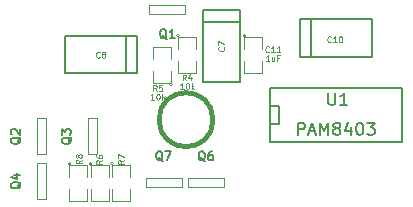
<source format=gto>
G04 (created by PCBNEW (2013-may-18)-stable) date Вт 24 ноя 2015 00:04:13*
%MOIN*%
G04 Gerber Fmt 3.4, Leading zero omitted, Abs format*
%FSLAX34Y34*%
G01*
G70*
G90*
G04 APERTURE LIST*
%ADD10C,0.00590551*%
%ADD11C,0.0047*%
%ADD12C,0.008*%
%ADD13C,0.0039*%
%ADD14C,0.005*%
%ADD15C,0.015*%
%ADD16C,0.0051*%
%ADD17C,0.0043*%
%ADD18C,0.01*%
G04 APERTURE END LIST*
G54D10*
G54D11*
X31447Y-25834D02*
X32647Y-25834D01*
X32647Y-25834D02*
X32647Y-26134D01*
X32647Y-26134D02*
X31447Y-26134D01*
X31447Y-26134D02*
X31447Y-25834D01*
X27842Y-26544D02*
X27842Y-25344D01*
X27842Y-25344D02*
X28142Y-25344D01*
X28142Y-25344D02*
X28142Y-26544D01*
X28142Y-26544D02*
X27842Y-26544D01*
X32864Y-25834D02*
X34064Y-25834D01*
X34064Y-25834D02*
X34064Y-26134D01*
X34064Y-26134D02*
X32864Y-26134D01*
X32864Y-26134D02*
X32864Y-25834D01*
X29535Y-25048D02*
X29535Y-23848D01*
X29535Y-23848D02*
X29835Y-23848D01*
X29835Y-23848D02*
X29835Y-25048D01*
X29835Y-25048D02*
X29535Y-25048D01*
X27842Y-25048D02*
X27842Y-23848D01*
X27842Y-23848D02*
X28142Y-23848D01*
X28142Y-23848D02*
X28142Y-25048D01*
X28142Y-25048D02*
X27842Y-25048D01*
X32765Y-20386D02*
X31565Y-20386D01*
X31565Y-20386D02*
X31565Y-20086D01*
X31565Y-20086D02*
X32765Y-20086D01*
X32765Y-20086D02*
X32765Y-20386D01*
G54D12*
X35595Y-23440D02*
X35895Y-23440D01*
X35895Y-23440D02*
X35895Y-24040D01*
X35895Y-24040D02*
X35595Y-24040D01*
X39995Y-22840D02*
X39995Y-24640D01*
X39995Y-24640D02*
X35595Y-24640D01*
X35595Y-24640D02*
X35595Y-22840D01*
X35595Y-22840D02*
X39995Y-22840D01*
G54D13*
X28962Y-25373D02*
G75*
G03X28962Y-25373I-50J0D01*
G74*
G01*
X28912Y-25823D02*
X28912Y-25423D01*
X28912Y-25423D02*
X29512Y-25423D01*
X29512Y-25423D02*
X29512Y-25823D01*
X29512Y-26223D02*
X29512Y-26623D01*
X29512Y-26623D02*
X28912Y-26623D01*
X28912Y-26623D02*
X28912Y-26223D01*
X30379Y-25373D02*
G75*
G03X30379Y-25373I-50J0D01*
G74*
G01*
X30329Y-25823D02*
X30329Y-25423D01*
X30329Y-25423D02*
X30929Y-25423D01*
X30929Y-25423D02*
X30929Y-25823D01*
X30929Y-26223D02*
X30929Y-26623D01*
X30929Y-26623D02*
X30329Y-26623D01*
X30329Y-26623D02*
X30329Y-26223D01*
X29671Y-25373D02*
G75*
G03X29671Y-25373I-50J0D01*
G74*
G01*
X29621Y-25823D02*
X29621Y-25423D01*
X29621Y-25423D02*
X30221Y-25423D01*
X30221Y-25423D02*
X30221Y-25823D01*
X30221Y-26223D02*
X30221Y-26623D01*
X30221Y-26623D02*
X29621Y-26623D01*
X29621Y-26623D02*
X29621Y-26223D01*
X34789Y-21101D02*
G75*
G03X34789Y-21101I-50J0D01*
G74*
G01*
X34739Y-21551D02*
X34739Y-21151D01*
X34739Y-21151D02*
X35339Y-21151D01*
X35339Y-21151D02*
X35339Y-21551D01*
X35339Y-21951D02*
X35339Y-22351D01*
X35339Y-22351D02*
X34739Y-22351D01*
X34739Y-22351D02*
X34739Y-21951D01*
X32584Y-21082D02*
G75*
G03X32584Y-21082I-50J0D01*
G74*
G01*
X32534Y-21532D02*
X32534Y-21132D01*
X32534Y-21132D02*
X33134Y-21132D01*
X33134Y-21132D02*
X33134Y-21532D01*
X33134Y-21932D02*
X33134Y-22332D01*
X33134Y-22332D02*
X32534Y-22332D01*
X32534Y-22332D02*
X32534Y-21932D01*
X32338Y-22716D02*
G75*
G03X32338Y-22716I-50J0D01*
G74*
G01*
X32288Y-22266D02*
X32288Y-22666D01*
X32288Y-22666D02*
X31688Y-22666D01*
X31688Y-22666D02*
X31688Y-22266D01*
X31688Y-21866D02*
X31688Y-21466D01*
X31688Y-21466D02*
X32288Y-21466D01*
X32288Y-21466D02*
X32288Y-21866D01*
G54D14*
X30785Y-21107D02*
X30785Y-22357D01*
X28760Y-21107D02*
X28760Y-22357D01*
X28760Y-22357D02*
X31160Y-22357D01*
X31160Y-22357D02*
X31160Y-21107D01*
X31160Y-21107D02*
X28760Y-21107D01*
X33351Y-20631D02*
X34601Y-20631D01*
X33351Y-22656D02*
X34601Y-22656D01*
X34601Y-22656D02*
X34601Y-20256D01*
X34601Y-20256D02*
X33351Y-20256D01*
X33351Y-20256D02*
X33351Y-22656D01*
X36970Y-21806D02*
X36970Y-20556D01*
X38995Y-21806D02*
X38995Y-20556D01*
X38995Y-20556D02*
X36595Y-20556D01*
X36595Y-20556D02*
X36595Y-21806D01*
X36595Y-21806D02*
X38995Y-21806D01*
G54D15*
X33695Y-23897D02*
G75*
G03X33695Y-23897I-900J0D01*
G74*
G01*
G54D16*
X32018Y-25284D02*
X31990Y-25269D01*
X31961Y-25241D01*
X31918Y-25198D01*
X31890Y-25184D01*
X31861Y-25184D01*
X31875Y-25255D02*
X31847Y-25241D01*
X31818Y-25212D01*
X31804Y-25155D01*
X31804Y-25055D01*
X31818Y-24998D01*
X31847Y-24969D01*
X31875Y-24955D01*
X31932Y-24955D01*
X31961Y-24969D01*
X31990Y-24998D01*
X32004Y-25055D01*
X32004Y-25155D01*
X31990Y-25212D01*
X31961Y-25241D01*
X31932Y-25255D01*
X31875Y-25255D01*
X32104Y-24955D02*
X32304Y-24955D01*
X32175Y-25255D01*
X27292Y-25973D02*
X27277Y-26002D01*
X27249Y-26030D01*
X27206Y-26073D01*
X27192Y-26102D01*
X27192Y-26130D01*
X27263Y-26116D02*
X27249Y-26144D01*
X27220Y-26173D01*
X27163Y-26187D01*
X27063Y-26187D01*
X27006Y-26173D01*
X26977Y-26144D01*
X26963Y-26116D01*
X26963Y-26059D01*
X26977Y-26030D01*
X27006Y-26002D01*
X27063Y-25987D01*
X27163Y-25987D01*
X27220Y-26002D01*
X27249Y-26030D01*
X27263Y-26059D01*
X27263Y-26116D01*
X27063Y-25730D02*
X27263Y-25730D01*
X26949Y-25802D02*
X27163Y-25873D01*
X27163Y-25687D01*
X33435Y-25284D02*
X33407Y-25269D01*
X33378Y-25241D01*
X33335Y-25198D01*
X33307Y-25184D01*
X33278Y-25184D01*
X33293Y-25255D02*
X33264Y-25241D01*
X33235Y-25212D01*
X33221Y-25155D01*
X33221Y-25055D01*
X33235Y-24998D01*
X33264Y-24969D01*
X33293Y-24955D01*
X33350Y-24955D01*
X33378Y-24969D01*
X33407Y-24998D01*
X33421Y-25055D01*
X33421Y-25155D01*
X33407Y-25212D01*
X33378Y-25241D01*
X33350Y-25255D01*
X33293Y-25255D01*
X33678Y-24955D02*
X33621Y-24955D01*
X33593Y-24969D01*
X33578Y-24984D01*
X33550Y-25027D01*
X33535Y-25084D01*
X33535Y-25198D01*
X33550Y-25227D01*
X33564Y-25241D01*
X33593Y-25255D01*
X33650Y-25255D01*
X33678Y-25241D01*
X33693Y-25227D01*
X33707Y-25198D01*
X33707Y-25127D01*
X33693Y-25098D01*
X33678Y-25084D01*
X33650Y-25069D01*
X33593Y-25069D01*
X33564Y-25084D01*
X33550Y-25098D01*
X33535Y-25127D01*
X28985Y-24477D02*
X28970Y-24505D01*
X28942Y-24534D01*
X28899Y-24577D01*
X28885Y-24605D01*
X28885Y-24634D01*
X28956Y-24620D02*
X28942Y-24648D01*
X28913Y-24677D01*
X28856Y-24691D01*
X28756Y-24691D01*
X28699Y-24677D01*
X28670Y-24648D01*
X28656Y-24620D01*
X28656Y-24563D01*
X28670Y-24534D01*
X28699Y-24505D01*
X28756Y-24491D01*
X28856Y-24491D01*
X28913Y-24505D01*
X28942Y-24534D01*
X28956Y-24563D01*
X28956Y-24620D01*
X28656Y-24391D02*
X28656Y-24205D01*
X28770Y-24305D01*
X28770Y-24263D01*
X28785Y-24234D01*
X28799Y-24220D01*
X28827Y-24205D01*
X28899Y-24205D01*
X28927Y-24220D01*
X28942Y-24234D01*
X28956Y-24263D01*
X28956Y-24348D01*
X28942Y-24377D01*
X28927Y-24391D01*
X27292Y-24477D02*
X27277Y-24505D01*
X27249Y-24534D01*
X27206Y-24577D01*
X27192Y-24605D01*
X27192Y-24634D01*
X27263Y-24620D02*
X27249Y-24648D01*
X27220Y-24677D01*
X27163Y-24691D01*
X27063Y-24691D01*
X27006Y-24677D01*
X26977Y-24648D01*
X26963Y-24620D01*
X26963Y-24563D01*
X26977Y-24534D01*
X27006Y-24505D01*
X27063Y-24491D01*
X27163Y-24491D01*
X27220Y-24505D01*
X27249Y-24534D01*
X27263Y-24563D01*
X27263Y-24620D01*
X26992Y-24377D02*
X26977Y-24363D01*
X26963Y-24334D01*
X26963Y-24263D01*
X26977Y-24234D01*
X26992Y-24220D01*
X27020Y-24205D01*
X27049Y-24205D01*
X27092Y-24220D01*
X27263Y-24391D01*
X27263Y-24205D01*
X32146Y-21212D02*
X32118Y-21198D01*
X32089Y-21170D01*
X32046Y-21127D01*
X32018Y-21112D01*
X31989Y-21112D01*
X32003Y-21184D02*
X31975Y-21170D01*
X31946Y-21141D01*
X31932Y-21084D01*
X31932Y-20984D01*
X31946Y-20927D01*
X31975Y-20898D01*
X32003Y-20884D01*
X32060Y-20884D01*
X32089Y-20898D01*
X32118Y-20927D01*
X32132Y-20984D01*
X32132Y-21084D01*
X32118Y-21141D01*
X32089Y-21170D01*
X32060Y-21184D01*
X32003Y-21184D01*
X32418Y-21184D02*
X32246Y-21184D01*
X32332Y-21184D02*
X32332Y-20884D01*
X32303Y-20927D01*
X32275Y-20955D01*
X32246Y-20970D01*
G54D12*
X37540Y-23002D02*
X37540Y-23325D01*
X37559Y-23363D01*
X37578Y-23383D01*
X37616Y-23402D01*
X37692Y-23402D01*
X37730Y-23383D01*
X37750Y-23363D01*
X37769Y-23325D01*
X37769Y-23002D01*
X38169Y-23402D02*
X37940Y-23402D01*
X38054Y-23402D02*
X38054Y-23002D01*
X38016Y-23059D01*
X37978Y-23097D01*
X37940Y-23116D01*
X36528Y-24402D02*
X36528Y-24002D01*
X36680Y-24002D01*
X36719Y-24021D01*
X36738Y-24040D01*
X36757Y-24078D01*
X36757Y-24135D01*
X36738Y-24173D01*
X36719Y-24192D01*
X36680Y-24211D01*
X36528Y-24211D01*
X36909Y-24287D02*
X37100Y-24287D01*
X36871Y-24402D02*
X37004Y-24002D01*
X37138Y-24402D01*
X37271Y-24402D02*
X37271Y-24002D01*
X37404Y-24287D01*
X37538Y-24002D01*
X37538Y-24402D01*
X37785Y-24173D02*
X37747Y-24154D01*
X37728Y-24135D01*
X37709Y-24097D01*
X37709Y-24078D01*
X37728Y-24040D01*
X37747Y-24021D01*
X37785Y-24002D01*
X37861Y-24002D01*
X37900Y-24021D01*
X37919Y-24040D01*
X37938Y-24078D01*
X37938Y-24097D01*
X37919Y-24135D01*
X37900Y-24154D01*
X37861Y-24173D01*
X37785Y-24173D01*
X37747Y-24192D01*
X37728Y-24211D01*
X37709Y-24249D01*
X37709Y-24325D01*
X37728Y-24363D01*
X37747Y-24383D01*
X37785Y-24402D01*
X37861Y-24402D01*
X37900Y-24383D01*
X37919Y-24363D01*
X37938Y-24325D01*
X37938Y-24249D01*
X37919Y-24211D01*
X37900Y-24192D01*
X37861Y-24173D01*
X38280Y-24135D02*
X38280Y-24402D01*
X38185Y-23983D02*
X38090Y-24268D01*
X38338Y-24268D01*
X38566Y-24002D02*
X38604Y-24002D01*
X38642Y-24021D01*
X38661Y-24040D01*
X38680Y-24078D01*
X38700Y-24154D01*
X38700Y-24249D01*
X38680Y-24325D01*
X38661Y-24363D01*
X38642Y-24383D01*
X38604Y-24402D01*
X38566Y-24402D01*
X38528Y-24383D01*
X38509Y-24363D01*
X38490Y-24325D01*
X38471Y-24249D01*
X38471Y-24154D01*
X38490Y-24078D01*
X38509Y-24040D01*
X38528Y-24021D01*
X38566Y-24002D01*
X38833Y-24002D02*
X39080Y-24002D01*
X38947Y-24154D01*
X39004Y-24154D01*
X39042Y-24173D01*
X39061Y-24192D01*
X39080Y-24230D01*
X39080Y-24325D01*
X39061Y-24363D01*
X39042Y-24383D01*
X39004Y-24402D01*
X38890Y-24402D01*
X38852Y-24383D01*
X38833Y-24363D01*
G54D17*
X29321Y-25239D02*
X29228Y-25305D01*
X29321Y-25352D02*
X29124Y-25352D01*
X29124Y-25277D01*
X29134Y-25258D01*
X29143Y-25248D01*
X29162Y-25239D01*
X29190Y-25239D01*
X29209Y-25248D01*
X29218Y-25258D01*
X29228Y-25277D01*
X29228Y-25352D01*
X29209Y-25126D02*
X29199Y-25145D01*
X29190Y-25155D01*
X29171Y-25164D01*
X29162Y-25164D01*
X29143Y-25155D01*
X29134Y-25145D01*
X29124Y-25126D01*
X29124Y-25089D01*
X29134Y-25070D01*
X29143Y-25061D01*
X29162Y-25051D01*
X29171Y-25051D01*
X29190Y-25061D01*
X29199Y-25070D01*
X29209Y-25089D01*
X29209Y-25126D01*
X29218Y-25145D01*
X29228Y-25155D01*
X29246Y-25164D01*
X29284Y-25164D01*
X29303Y-25155D01*
X29312Y-25145D01*
X29321Y-25126D01*
X29321Y-25089D01*
X29312Y-25070D01*
X29303Y-25061D01*
X29284Y-25051D01*
X29246Y-25051D01*
X29228Y-25061D01*
X29218Y-25070D01*
X29209Y-25089D01*
X30719Y-25249D02*
X30625Y-25315D01*
X30719Y-25361D02*
X30522Y-25361D01*
X30522Y-25286D01*
X30531Y-25268D01*
X30541Y-25258D01*
X30560Y-25249D01*
X30588Y-25249D01*
X30606Y-25258D01*
X30616Y-25268D01*
X30625Y-25286D01*
X30625Y-25361D01*
X30522Y-25183D02*
X30522Y-25052D01*
X30719Y-25136D01*
X30000Y-25249D02*
X29907Y-25315D01*
X30000Y-25361D02*
X29803Y-25361D01*
X29803Y-25286D01*
X29813Y-25268D01*
X29822Y-25258D01*
X29841Y-25249D01*
X29869Y-25249D01*
X29888Y-25258D01*
X29897Y-25268D01*
X29907Y-25286D01*
X29907Y-25361D01*
X29803Y-25080D02*
X29803Y-25118D01*
X29813Y-25136D01*
X29822Y-25146D01*
X29850Y-25164D01*
X29888Y-25174D01*
X29963Y-25174D01*
X29982Y-25164D01*
X29991Y-25155D01*
X30000Y-25136D01*
X30000Y-25099D01*
X29991Y-25080D01*
X29982Y-25071D01*
X29963Y-25061D01*
X29916Y-25061D01*
X29897Y-25071D01*
X29888Y-25080D01*
X29879Y-25099D01*
X29879Y-25136D01*
X29888Y-25155D01*
X29897Y-25164D01*
X29916Y-25174D01*
X35562Y-21635D02*
X35552Y-21645D01*
X35524Y-21654D01*
X35506Y-21654D01*
X35477Y-21645D01*
X35459Y-21626D01*
X35449Y-21607D01*
X35440Y-21570D01*
X35440Y-21541D01*
X35449Y-21504D01*
X35459Y-21485D01*
X35477Y-21466D01*
X35506Y-21457D01*
X35524Y-21457D01*
X35552Y-21466D01*
X35562Y-21476D01*
X35749Y-21654D02*
X35637Y-21654D01*
X35693Y-21654D02*
X35693Y-21457D01*
X35674Y-21485D01*
X35656Y-21504D01*
X35637Y-21513D01*
X35937Y-21654D02*
X35825Y-21654D01*
X35881Y-21654D02*
X35881Y-21457D01*
X35862Y-21485D01*
X35843Y-21504D01*
X35825Y-21513D01*
X35571Y-21949D02*
X35459Y-21949D01*
X35515Y-21949D02*
X35515Y-21752D01*
X35496Y-21780D01*
X35477Y-21799D01*
X35459Y-21809D01*
X35740Y-21818D02*
X35740Y-21949D01*
X35656Y-21818D02*
X35656Y-21921D01*
X35665Y-21940D01*
X35684Y-21949D01*
X35712Y-21949D01*
X35731Y-21940D01*
X35740Y-21931D01*
X35900Y-21846D02*
X35834Y-21846D01*
X35834Y-21949D02*
X35834Y-21752D01*
X35928Y-21752D01*
X32791Y-22589D02*
X32726Y-22495D01*
X32679Y-22589D02*
X32679Y-22392D01*
X32754Y-22392D01*
X32773Y-22401D01*
X32782Y-22411D01*
X32791Y-22430D01*
X32791Y-22458D01*
X32782Y-22477D01*
X32773Y-22486D01*
X32754Y-22495D01*
X32679Y-22495D01*
X32960Y-22458D02*
X32960Y-22589D01*
X32913Y-22383D02*
X32867Y-22523D01*
X32988Y-22523D01*
X32717Y-22875D02*
X32604Y-22875D01*
X32661Y-22875D02*
X32661Y-22678D01*
X32642Y-22706D01*
X32623Y-22724D01*
X32604Y-22734D01*
X32839Y-22678D02*
X32858Y-22678D01*
X32876Y-22687D01*
X32886Y-22696D01*
X32895Y-22715D01*
X32905Y-22753D01*
X32905Y-22799D01*
X32895Y-22837D01*
X32886Y-22856D01*
X32876Y-22865D01*
X32858Y-22875D01*
X32839Y-22875D01*
X32820Y-22865D01*
X32811Y-22856D01*
X32801Y-22837D01*
X32792Y-22799D01*
X32792Y-22753D01*
X32801Y-22715D01*
X32811Y-22696D01*
X32820Y-22687D01*
X32839Y-22678D01*
X32989Y-22875D02*
X32989Y-22678D01*
X33008Y-22799D02*
X33064Y-22875D01*
X33064Y-22743D02*
X32989Y-22818D01*
X31817Y-22943D02*
X31751Y-22850D01*
X31704Y-22943D02*
X31704Y-22746D01*
X31780Y-22746D01*
X31798Y-22756D01*
X31808Y-22765D01*
X31817Y-22784D01*
X31817Y-22812D01*
X31808Y-22831D01*
X31798Y-22840D01*
X31780Y-22850D01*
X31704Y-22850D01*
X31995Y-22746D02*
X31901Y-22746D01*
X31892Y-22840D01*
X31901Y-22831D01*
X31920Y-22821D01*
X31967Y-22821D01*
X31986Y-22831D01*
X31995Y-22840D01*
X32005Y-22859D01*
X32005Y-22906D01*
X31995Y-22925D01*
X31986Y-22934D01*
X31967Y-22943D01*
X31920Y-22943D01*
X31901Y-22934D01*
X31892Y-22925D01*
X31733Y-23229D02*
X31620Y-23229D01*
X31676Y-23229D02*
X31676Y-23032D01*
X31658Y-23060D01*
X31639Y-23079D01*
X31620Y-23088D01*
X31855Y-23032D02*
X31873Y-23032D01*
X31892Y-23041D01*
X31901Y-23051D01*
X31911Y-23069D01*
X31920Y-23107D01*
X31920Y-23154D01*
X31911Y-23191D01*
X31901Y-23210D01*
X31892Y-23219D01*
X31873Y-23229D01*
X31855Y-23229D01*
X31836Y-23219D01*
X31826Y-23210D01*
X31817Y-23191D01*
X31808Y-23154D01*
X31808Y-23107D01*
X31817Y-23069D01*
X31826Y-23051D01*
X31836Y-23041D01*
X31855Y-23032D01*
X32005Y-23229D02*
X32005Y-23032D01*
X32023Y-23154D02*
X32080Y-23229D01*
X32080Y-23098D02*
X32005Y-23173D01*
G54D11*
X29917Y-21812D02*
X29908Y-21822D01*
X29880Y-21831D01*
X29861Y-21831D01*
X29833Y-21822D01*
X29814Y-21803D01*
X29805Y-21784D01*
X29796Y-21747D01*
X29796Y-21719D01*
X29805Y-21681D01*
X29814Y-21662D01*
X29833Y-21644D01*
X29861Y-21634D01*
X29880Y-21634D01*
X29908Y-21644D01*
X29917Y-21653D01*
X30030Y-21719D02*
X30011Y-21709D01*
X30002Y-21700D01*
X29993Y-21681D01*
X29993Y-21672D01*
X30002Y-21653D01*
X30011Y-21644D01*
X30030Y-21634D01*
X30068Y-21634D01*
X30086Y-21644D01*
X30096Y-21653D01*
X30105Y-21672D01*
X30105Y-21681D01*
X30096Y-21700D01*
X30086Y-21709D01*
X30068Y-21719D01*
X30030Y-21719D01*
X30011Y-21728D01*
X30002Y-21737D01*
X29993Y-21756D01*
X29993Y-21794D01*
X30002Y-21812D01*
X30011Y-21822D01*
X30030Y-21831D01*
X30068Y-21831D01*
X30086Y-21822D01*
X30096Y-21812D01*
X30105Y-21794D01*
X30105Y-21756D01*
X30096Y-21737D01*
X30086Y-21728D01*
X30068Y-21719D01*
X34057Y-21479D02*
X34066Y-21489D01*
X34075Y-21517D01*
X34075Y-21535D01*
X34066Y-21564D01*
X34047Y-21582D01*
X34028Y-21592D01*
X33991Y-21601D01*
X33963Y-21601D01*
X33925Y-21592D01*
X33906Y-21582D01*
X33888Y-21564D01*
X33878Y-21535D01*
X33878Y-21517D01*
X33888Y-21489D01*
X33897Y-21479D01*
X33878Y-21414D02*
X33878Y-21282D01*
X34075Y-21367D01*
X37629Y-21301D02*
X37619Y-21310D01*
X37591Y-21319D01*
X37572Y-21319D01*
X37544Y-21310D01*
X37526Y-21291D01*
X37516Y-21272D01*
X37507Y-21235D01*
X37507Y-21207D01*
X37516Y-21169D01*
X37526Y-21151D01*
X37544Y-21132D01*
X37572Y-21122D01*
X37591Y-21122D01*
X37619Y-21132D01*
X37629Y-21141D01*
X37816Y-21319D02*
X37704Y-21319D01*
X37760Y-21319D02*
X37760Y-21122D01*
X37741Y-21151D01*
X37723Y-21169D01*
X37704Y-21179D01*
X37938Y-21122D02*
X37957Y-21122D01*
X37976Y-21132D01*
X37985Y-21141D01*
X37995Y-21160D01*
X38004Y-21197D01*
X38004Y-21244D01*
X37995Y-21282D01*
X37985Y-21301D01*
X37976Y-21310D01*
X37957Y-21319D01*
X37938Y-21319D01*
X37920Y-21310D01*
X37910Y-21301D01*
X37901Y-21282D01*
X37891Y-21244D01*
X37891Y-21197D01*
X37901Y-21160D01*
X37910Y-21141D01*
X37920Y-21132D01*
X37938Y-21122D01*
G54D18*
M02*

</source>
